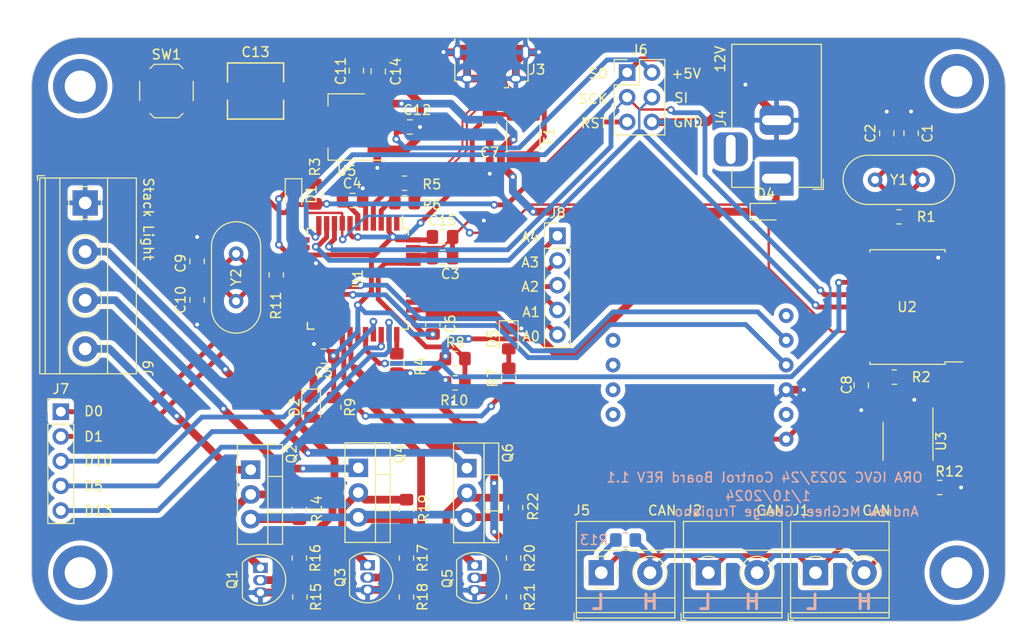
<source format=kicad_pcb>
(kicad_pcb (version 20240108) (generator "pcbnew") (generator_version "8.0")
  (layers (0 "F.Cu" signal) (31 "B.Cu" signal) (34 "B.Paste" user) (35 "F.Paste" user) (36 "B.SilkS" user "B.Silkscreen") (37 "F.SilkS" user "F.Silkscreen") (38 "B.Mask" user) (39 "F.Mask" user) (44 "Edge.Cuts" user))
  (net 0 "")
  (net 2 "Net-(U1-UCAP)")
  (net 3 "Net-(D2-A)")
  (net 4 "RST")
  (net 5 "VBUS")
  (net 6 "Net-(Q1-D)")
  (net 7 "IMU_SCL")
  (net 8 "IMU_SDA")
  (net 10 "XTAL1")
  (net 11 "Net-(U1-~{HWB}{slash}PE2)")
  (net 12 "Net-(U1-AREF)")
  (net 13 "Net-(J3-VBUS)")
  (net 14 "Net-(D5-A)")
  (net 17 "Net-(Q1-G)")
  (net 18 "LED_R")
  (net 19 "Net-(Q3-D)")
  (net 30 "Net-(U3-Rs)")
  (net 31 "Net-(U2-TXCAN)")
  (net 32 "Net-(U2-RXCAN)")
  (net 33 "CAN_L")
  (net 34 "CAN_H")
  (net 35 "Net-(U2-OSC2)")
  (net 36 "Net-(U2-OSC1)")
  (net 37 "Net-(U2-~{RESET})")
  (net 38 "CAN_INT")
  (net 39 "CAN_SCK")
  (net 40 "CAN_SI")
  (net 41 "CAN_SO")
  (net 42 "CAN_CS")
  (net 44 "GND")
  (net 45 "XTAL2")
  (net 47 "D+")
  (net 48 "D-")
  (net 55 "(USB) D-")
  (net 56 "(USB) D+")
  (net 57 "PWRIN")
  (net 58 "Net-(D4-A)")
  (net 59 "Norm_Voltage")
  (net 60 "Net-(Q3-G)")
  (net 61 "LED_Y")
  (net 62 "Net-(Q5-D)")
  (net 63 "Net-(Q5-G)")
  (net 64 "LED_G")
  (net 65 "LEDPWR_R")
  (net 66 "LEDPWR_Y")
  (net 67 "LEDPWR_G")
  (net 68 "D0")
  (net 69 "D1")
  (net 70 "D10")
  (net 71 "D5")
  (net 72 "D13")
  (net 73 "A0")
  (net 74 "A1")
  (net 75 "A2")
  (net 76 "A3")
  (net 77 "A4")
  (footprint "Package_QFP:TQFP-44_10x10mm_P0.8mm" (layer "F.Cu") (at 123.5 74.8 -90)
    (property "Reference" "U1")
    (property "Value" "ATmega32U4-A")
  )
  (footprint "Button_Switch_SMD:SW_SPST_TL3342" (layer "F.Cu") (at 103.85 55.5)
    (property "Reference" "SW1")
    (property "Value" "Reset")
  )
  (footprint "Package_TO_SOT_THT:TO-92_Inline" (layer "F.Cu") (at 124.5 104.23 -90)
    (property "Reference" "Q3")
    (property "Value" "BS170")
  )
  (footprint "Capacitor_SMD:C_0805_2012Metric_Pad1.18x1.45mm_HandSolder" (layer "F.Cu") (at 107 76.9625 -90)
    (property "Reference" "C10")
    (property "Value" "22pF")
  )
  (footprint "Package_TO_SOT_THT:TO-220-3_Vertical" (layer "F.Cu") (at 123.555 94.23 -90)
    (property "Reference" "Q4")
    (property "Value" "IRF9540N")
  )
  (footprint "MountingHole:MountingHole_3.2mm_M3_DIN965_Pad" (layer "F.Cu") (at 185 105)
    (property "Reference" "H1" (hide yes))
    (property "Value" "MountingHole_Pad")
  )
  (footprint "Capacitor_SMD:C_0805_2012Metric_Pad1.18x1.45mm_HandSolder" (layer "F.Cu") (at 107 73 -90)
    (property "Reference" "C9")
    (property "Value" "22pF")
  )
  (footprint "Resistor_SMD:R_0805_2012Metric_Pad1.20x1.40mm_HandSolder" (layer "F.Cu") (at 117.5 103.5 -90)
    (property "Reference" "R16")
    (property "Value" "1k")
  )
  (footprint "Resistor_SMD:R_0805_2012Metric_Pad1.20x1.40mm_HandSolder" (layer "F.Cu") (at 115.125 74.4 -90)
    (property "Reference" "R11")
    (property "Value" "1M")
  )
  (footprint "MountingHole:MountingHole_3.2mm_M3_DIN965_Pad" (layer "F.Cu") (at 95 55)
    (property "Reference" "H3" (hide yes))
    (property "Value" "MountingHole_Pad")
  )
  (footprint "LED_SMD:LED_0805_2012Metric_Pad1.15x1.40mm_HandSolder" (layer "F.Cu") (at 139 80.975 -90)
    (property "Reference" "D5")
    (property "Value" "IMU_LED")
  )
  (footprint "Package_TO_SOT_THT:TO-92_Inline" (layer "F.Cu") (at 135.5 104.26 -90)
    (property "Reference" "Q5")
    (property "Value" "BS170")
  )
  (footprint "MountingHole:MountingHole_3.2mm_M3_DIN965_Pad" (layer "F.Cu") (at 95 105)
    (property "Reference" "H2" (hide yes))
    (property "Value" "MountingHole_Pad")
  )
  (footprint "Package_TO_SOT_SMD:SOT-223-3_TabPin2" (layer "F.Cu") (at 122.35 59.2 180)
    (property "Reference" "U5")
    (property "Value" "NCP1117-5.0_SOT223")
  )
  (footprint "Capacitor_SMD:C_0805_2012Metric_Pad1.18x1.45mm_HandSolder" (layer "F.Cu") (at 175.2 85.7375 -90)
    (property "Reference" "C8")
    (property "Value" "100nF")
  )
  (footprint "Resistor_SMD:R_0805_2012Metric_Pad1.20x1.40mm_HandSolder" (layer "F.Cu") (at 121.025 88 -90)
    (property "Reference" "R9")
    (property "Value" "470")
  )
  (footprint "Capacitor_SMD:C_0805_2012Metric_Pad1.18x1.45mm_HandSolder" (layer "F.Cu") (at 122.9625 66.75 180)
    (property "Reference" "C4")
    (property "Value" "1uF")
  )
  (footprint "TerminalBlock_Phoenix:TerminalBlock_Phoenix_MKDS-1,5-2_1x02_P5.00mm_Horizontal" (layer "F.Cu") (at 148.5 105)
    (property "Reference" "J5")
    (property "Value" "CAN")
  )
  (footprint "Resistor_SMD:R_0805_2012Metric_Pad1.20x1.40mm_HandSolder" (layer "F.Cu") (at 133.5 83)
    (property "Reference" "R8")
    (property "Value" "2.2k")
  )
  (footprint "Resistor_SMD:R_0805_2012Metric_Pad1.20x1.40mm_HandSolder" (layer "F.Cu") (at 128.5 107.5 -90)
    (property "Reference" "R18")
    (property "Value" "10k")
  )
  (footprint "Crystal:Crystal_HC49-4H_Vertical" (layer "F.Cu") (at 111 77.1 90)
    (property "Reference" "Y2")
    (property "Value" "16MHz")
  )
  (footprint "Connector_USB:USB_Micro-B_Amphenol_10118194_Horizontal" (layer "F.Cu") (at 137.225 52.825 180)
    (property "Reference" "J3")
    (property "Value" "USB_B_Micro")
  )
  (footprint "Capacitor_SMD:C_0805_2012Metric_Pad1.18x1.45mm_HandSolder" (layer "F.Cu") (at 137.05 58.95 -90)
    (property "Reference" "C7")
    (property "Value" "10uF")
  )
  (footprint "Resistor_SMD:R_0805_2012Metric_Pad1.20x1.40mm_HandSolder" (layer "F.Cu") (at 179.07 68.43 180)
    (property "Reference" "R1")
    (property "Value" "1M")
  )
  (footprint "Resistor_SMD:R_0805_2012Metric_Pad1.20x1.40mm_HandSolder" (layer "F.Cu") (at 139.7 98.3 90)
    (property "Reference" "R22")
    (property "Value" "10k")
  )
  (footprint "Custom_Parts:IMU_MOUNT" (layer "F.Cu") (at 148.44 97.63 90)
    (property "Reference" "U6" (hide yes))
    (property "Value" "IMU_MOUNT")
  )
  (footprint "Connector_BarrelJack:BarrelJack_Horizontal" (layer "F.Cu") (at 166.5 64.5 -90)
    (property "Reference" "J4")
    (property "Value" "12V")
  )
  (footprint "Package_TO_SOT_THT:TO-220-3_Vertical" (layer "F.Cu") (at 112.5 94.42 -90)
    (property "Reference" "Q2")
    (property "Value" "IRF9540N")
  )
  (footprint "Capacitor_SMD:C_0805_2012Metric_Pad1.18x1.45mm_HandSolder" (layer "F.Cu") (at 125.6 53.4875 -90)
    (property "Reference" "C14")
    (property "Value" "100nF")
  )
  (footprint "Resistor_SMD:R_0805_2012Metric_Pad1.20x1.40mm_HandSolder" (layer "F.Cu") (at 117.555 107.5 -90)
    (property "Reference" "R15")
    (property "Value" "10k")
  )
  (footprint "Resistor_SMD:R_0805_2012Metric_Pad1.20x1.40mm_HandSolder" (layer "F.Cu") (at 128.5 103.5 -90)
    (property "Reference" "R17")
    (property "Value" "1k")
  )
  (footprint "Package_TO_SOT_THT:TO-92_Inline" (layer "F.Cu") (at 113.5 104.5 -90)
    (property "Reference" "Q1")
    (property "Value" "BS170")
  )
  (footprint "Resistor_SMD:R_0805_2012Metric_Pad1.20x1.40mm_HandSolder" (layer "F.Cu") (at 128.3 64.975 180)
    (property "Reference" "R5")
    (property "Value" "22")
  )
  (footprint "Crystal:Crystal_HC49-4H_Vertical" (layer "F.Cu") (at 176.62 64.63)
    (property "Reference" "Y1")
    (property "Value" "8Mhz")
  )
  (footprint "Resistor_SMD:R_0805_2012Metric_Pad1.20x1.40mm_HandSolder" (layer "F.Cu") (at 128.5 98.5 90)
    (property "Reference" "R19")
    (property "Value" "10k")
  )
  (footprint "Diode_SMD:D_SOD-323" (layer "F.Cu") (at 165.4 67.9)
    (property "Reference" "D4")
    (property "Value" "PWRIN")
  )
  (footprint "Fuse:Fuse_1812_4532Metric_Pad1.30x3.40mm_HandSolder" (layer "F.Cu") (at 140.5 60.125 -90)
    (property "Reference" "F1")
    (property "Value" "MF-MSMF050-2")
  )
  (footprint "MountingHole:MountingHole_3.2mm_M3_DIN965_Pad" (layer "F.Cu") (at 185 54.5)
    (property "Reference" "H4" (hide yes))
    (property "Value" "MountingHole_Pad")
  )
  (footprint "Resistor_SMD:R_0805_2012Metric_Pad1.20x1.40mm_HandSolder" (layer "F.Cu") (at 117.5 98.5 90)
    (property "Reference" "R14")
    (property "Value" "10k")
  )
  (footprint "Package_SO:SOIC-8_3.9x4.9mm_P1.27mm" (layer "F.Cu") (at 180 91.5 -90)
    (property "Reference" "U3")
    (property "Value" "MCP2551-I-SN")
  )
  (footprint "Resistor_SMD:R_0805_2012Metric_Pad1.20x1.40mm_HandSolder" (layer "F.Cu") (at 119.1 66.1 90)
    (property "Reference" "R3")
    (property "Value" "10k")
  )
  (footprint "Connector_PinHeader_2.54mm:PinHeader_2x03_P2.54mm_Vertical" (layer "F.Cu") (at 151.16 53.6)
    (property "Reference" "J6")
    (property "Value" "Conn_02x03_Top_Bottom")
  )
  (footprint "Capacitor_SMD:C_0805_2012Metric_Pad1.18x1.45mm_HandSolder" (layer "F.Cu") (at 177.82 59.8425 90)
    (property "Reference" "C2")
    (property "Value" "22pF")
  )
  (footprint "Resistor_SMD:R_0805_2012Metric_Pad1.20x1.40mm_HandSolder" (layer "F.Cu") (at 139.5 107.5 -90)
    (property "Reference" "R21")
    (property "Value" "10k")
  )
  (footprint "Capacitor_SMD:C_0805_2012Metric_Pad1.18x1.45mm_HandSolder" (layer "F.Cu") (at 119.9875 82.75 180)
    (property "Reference" "C5")
    (property "Value" "100nF")
  )
  (footprint "Capacitor_SMD:C_0805_2012Metric_Pad1.18x1.45mm_HandSolder" (layer "F.Cu") (at 180.32 59.8425 -90)
    (property "Reference" "C1")
    (property "Value" "22pF")
  )
  (footprint "TerminalBlock_Phoenix:TerminalBlock_Phoenix_MKDS-1,5-2_1x02_P5.00mm_Horizontal" (layer "F.Cu") (at 159.5 105)
    (property "Reference" "J2")
    (property "Value" "CAN")
  )
  (footprint "Capacitor_SMD:C_0805_2012Metric_Pad1.18x1.45mm_HandSolder" (layer "F.Cu") (at 123.35 53.4125 -90)
    (property "Reference" "C11")
    (property "Value" "10nF")
  )
  (footprint "TerminalBlock_Phoenix:TerminalBlock_Phoenix_MKDS-1,5-2_1x02_P5.00mm_Horizontal" (layer "F.Cu") (at 170.5 105)
    (property "Reference" "J1")
    (property "Value" "CAN")
  )
  (footprint "AdditionalParts:CAP_WCAP-ASLI_05p0X05p5_WRE" (layer "F.Cu") (at 113 55.5 180)
    (property "Reference" "C13")
    (property "Value" "22uF")
  )
  (footprint "Capacitor_SMD:C_0805_2012Metric_Pad1.18x1.45mm_HandSolder" (layer "F.Cu") (at 132.2 70.5)
    (property "Reference" "C15")
    (property "Value" "1uF")
  )
  (footprint "Capacitor_SMD:C_0805_2012Metric_Pad1.18x1.45mm_HandSolder" (layer "F.Cu") (at 131.2 79.4375 90)
    (property "Reference" "C6")
    (property "Value" "100nF")
  )
  (footprint "LED_SMD:LED_0805_2012Metric_Pad1.15x1.40mm_HandSolder" (layer "F.Cu") (at 118.7 88 -90)
    (property "Reference" "D2")
    (property "Value" "LED_Small")
  )
  (footprint "Capacitor_SMD:C_0805_2012Metric_Pad1.18x1.45mm_HandSolder" (layer "F.Cu") (at 128.85 59.2 180)
    (property "Reference" "C12")
    (property "Value" "100nF")
  )
  (footprint "Capacitor_SMD:C_0805_2012Metric_Pad1.18x1.45mm_HandSolder" (layer "F.Cu") (at 132.2 72.6 180)
    (property "Reference" "C3")
    (property "Value" "100nF")
  )
  (footprint "Connector_PinHeader_2.54mm:PinHeader_1x05_P2.54mm_Vertical" (layer "F.Cu") (at 144 70.38)
    (property "Reference" "J8")
    (property "Value" "Conn_01x05_Pin")
  )
  (footprint "Resistor_SMD:R_0805_2012Metric_Pad1.20x1.40mm_HandSolder" (layer "F.Cu") (at 178.6 84.9 180)
    (property "Reference" "R2")
    (property "Value" "10k")
  )
  (footprint "Resistor_SMD:R_0805_2012Metric_Pad1.20x1.40mm_HandSolder" (layer "F.Cu") (at 139.5 103.5 -90)
    (property "Reference" "R20")
    (property "Value" "1k")
  )
  (footprint "Resistor_SMD:R_0805_2012Metric_Pad1.20x1.40mm_HandSolder" (layer "F.Cu") (at 183.25 96.25)
    (property "Reference" "R12")
    (property "Value" "10k")
  )
  (footprint "Diode_SMD:D_SOD-323" (layer "F.Cu") (at 116.9 66.125 -90)
    (property "Reference" "D1")
    (property "Value" "rst")
  )
  (footprint "Resistor_SMD:R_0805_2012Metric_Pad1.20x1.40mm_HandSolder" (layer "F.Cu") (at 128.3 66.975)
    (property "Reference" "R6")
    (property "Value" "22")
  )
  (footprint "TerminalBlock_Phoenix:TerminalBlock_Phoenix_MKDS-1,5-4_1x04_P5.00mm_Horizontal" (layer "F.Cu") (at 95.5 67 -90)
    (property "Reference" "J9")
    (property "Value" "Stack Light")
  )
  (footprint "Resistor_SMD:R_0805_2012Metric_Pad1.20x1.40mm_HandSolder" (layer "F.Cu") (at 127.5 83.5 -90)
    (property "Reference" "R4")
    (property "Value" "10k")
  )
  (footprint "Resistor_SMD:R_0805_2012Metric_Pad1.20x1.40mm_HandSolder" (layer "F.Cu") (at 133.5 85.5)
    (property "Reference" "R10")
    (property "Value" "1.57k")
  )
  (footprint "Resistor_SMD:R_0805_2012Metric_Pad1.20x1.40mm_HandSolder" (layer "F.Cu") (at 139 85 90)
    (property "Reference" "R7")
    (property "Value" "470")
  )
  (footprint "Package_SO:SOIC-18W_7.5x11.6mm_P1.27mm" (layer "F.Cu") (at 179.95 77.7 180)
    (property "Reference" "U2")
    (property "Value" "MCP2515-xSO")
  )
  (footprint "Connector_PinHeader_2.54mm:PinHeader_1x05_P2.54mm_Vertical" (layer "F.Cu") (at 93 88.46)
    (property "Reference" "J7")
    (property "Value" "Conn_01x05_Pin")
  )
  (footprint "Package_TO_SOT_THT:TO-220-3_Vertical" (layer "F.Cu") (at 134.7 94.26 -90)
    (property "Reference" "Q6")
    (property "Value" "IRF9540N")
  )
  (footprint "Resistor_SMD:R_0805_2012Metric_Pad1.20x1.40mm_HandSolder" (layer "B.Cu") (at 151 101.645 180)
    (property "Reference" "R13")
    (property "Value" "120")
  )
  (gr_arc (start 95 110) (mid 91.464466 108.535534) (end 90 105) (stroke (width 0.1)) (layer "Edge.Cuts"))
  (gr_arc (start 90 55) (mid 91.464466 51.464466) (end 95 50) (stroke (width 0.1)) (layer "Edge.Cuts"))
  (gr_line (start 190 105) (end 190 55) (stroke (width 0.1)) (layer "Edge.Cuts"))
  (gr_line (start 185 50) (end 95 50) (stroke (width 0.1)) (layer "Edge.Cuts"))
  (gr_line (start 90 55) (end 90 105) (stroke (width 0.1)) (layer "Edge.Cuts"))
  (gr_arc (start 190 105) (mid 188.535534 108.535534) (end 185 110) (stroke (width 0.1)) (layer "Edge.Cuts"))
  (gr_arc (start 185 50) (mid 188.535534 51.464466) (end 190 55) (stroke (width 0.1)) (layer "Edge.Cuts"))
  (gr_line (start 95 110) (end 185 110) (stroke (width 0.1)) (layer "Edge.Cuts"))
  (gr_text "ORA IGVC 2023/24 Control Board REV 1.1" (at 181.6 95.8 0) (layer "B.SilkS") (effects (font (size 1 1)) (justify left bottom mirror)))
  (gr_text "L\n" (at 160 108.895 0) (layer "B.SilkS") (effects (font (size 1.5 1.5) (thickness 0.3) (bold yes)) (justify left bottom mirror)))
  (gr_text "L\n" (at 171 108.895 0) (layer "B.SilkS") (effects (font (size 1.5 1.5) (thickness 0.3) (bold yes)) (justify left bottom mirror)))
  (gr_text "H\n" (at 165 108.895 0) (layer "B.SilkS") (effects (font (size 1.5 1.5) (thickness 0.3) (bold yes)) (justify left bottom mirror)))
  (gr_text "H\n" (at 154.5 108.895 0) (layer "B.SilkS") (effects (font (size 1.5 1.5) (thickness 0.3) (bold yes)) (justify left bottom mirror)))
  (gr_text "Andrew McGhee, George Trupiano" (at 181.2 99.3 0) (layer "B.SilkS") (effects (font (size 1 1)) (justify left bottom mirror)))
  (gr_text "H\n" (at 176.5 108.895 0) (layer "B.SilkS") (effects (font (size 1.5 1.5) (thickness 0.3) (bold yes)) (justify left bottom mirror)))
  (gr_text "1/10/2024\n" (at 170.1 97.7 0) (layer "B.SilkS") (effects (font (size 1 1)) (justify left bottom mirror)))
  (gr_text "L\n" (at 149 108.895 0) (layer "B.SilkS") (effects (font (size 1.5 1.5) (thickness 0.3) (bold yes)) (justify left bottom mirror)))
  (gr_text "D10" (at 95.3 94.1 0) (layer "F.SilkS") (effects (font (size 1 1)) (justify left bottom)))
  (gr_text "A4" (at 140.2 71.1 0) (layer "F.SilkS") (effects (font (size 1 1)) (justify left bottom)))
  (gr_text "A1" (at 140.3 78.8 0) (layer "F.SilkS") (effects (font (size 1 1)) (justify left bottom)))
  (gr_text "A2" (at 140.2 76.2 0) (layer "F.SilkS") (effects (font (size 1 1)) (justify left bottom)))
  (gr_text "SO" (at 147.1 54.3 0) (layer "F.SilkS") (effects (font (size 1 1)) (justify left bottom)))
  (gr_text "A0" (at 140.3 81.3 0) (layer "F.SilkS") (effects (font (size 1 1)) (justify left bottom)))
  (gr_text "GND" (at 155.8 59.3 0) (layer "F.SilkS") (effects (font (size 1 1)) (justify left bottom)))
  (gr_text "D1" (at 95.3 91.6 0) (layer "F.SilkS") (effects (font (size 1 1)) (justify left bottom)))
  (gr_text "D13" (at 95.3 99.2 0) (layer "F.SilkS") (effects (font (size 1 1)) (justify left bottom)))
  (gr_text "RST" (at 146.3 59.4 0) (layer "F.SilkS") (effects (font (size 1 1)) (justify left bottom)))
  (gr_text "D0" (at 95.3 89 0) (layer "F.SilkS") (effects (font (size 1 1)) (justify left bottom)))
  (gr_text "Stack Light" (at 101.4 64.3 -90) (layer "F.SilkS") (effects (font (size 1 1)) (justify left bottom)))
  (gr_text "D5" (at 95.3 96.7 0) (layer "F.SilkS") (effects (font (size 1 1)) (justify left bottom)))
  (gr_text "A3" (at 140.2 73.7 0) (layer "F.SilkS") (effects (font (size 1 1)) (justify left bottom)))
  (gr_text "CAN" (at 175.2 99.2 0) (layer "F.SilkS") (effects (font (size 1 1)) (justify left bottom)))
  (gr_text "12V" (at 161.3 53.7 90) (layer "F.SilkS") (effects (font (size 1 1)) (justify left bottom)))
  (gr_text "CAN" (at 153.2 99.2 0) (layer "F.SilkS") (effects (font (size 1 1)) (justify left bottom)))
  (gr_text "+5V" (at 155.6 54.3 0) (layer "F.SilkS") (effects (font (size 1 1)) (justify left bottom)))
  (gr_text "SCK" (at 146.1 56.9 0) (layer "F.SilkS") (effects (font (size 1 1)) (justify left bottom)))
  (gr_text "SI\n" (at 155.9 56.8 0) (layer "F.SilkS") (effects (font (size 1 1)) (justify left bottom)))
  (gr_text "CAN" (at 164.3 99.2 0) (layer "F.SilkS") (effects (font (size 1 1)) (justify left bottom)))
  (segment (start 123.5 69.1) (end 123.5 68.238604) (width 0.5) (layer "F.Cu") (net 2))
  (segment (start 122.011396 66.75) (end 121.925 66.75) (width 0.5) (layer "F.Cu") (net 2))
  (segment (start 123.5 68.238604) (end 122.011396 66.75) (width 0.5) (layer "F.Cu") (net 2))
  (segment (start 121 89.025) (end 121.025 89) (width 0.5) (layer "F.Cu") (net 3))
  (segment (start 118.7 89.025) (end 121 89.025) (width 0.5) (layer "F.Cu") (net 3))
  (segment (start 116.6 68) (end 116.6 71.261396) (width 0.5) (layer "F.Cu") (net 4))
  (segment (start 119.025 67.175) (end 119.1 67.1) (width 0.5) (layer "F.Cu") (net 4))
  (segment (start 116.938604 71.6) (end 117.8 71.6) (width 0.5) (layer "F.Cu") (net 4))
  (segment (start 107 57.4) (end 107 59.402082) (width 0.5) (layer "F.Cu") (net 4))
  (segment (start 138.8 67.2) (end 147.32 58.68) (width 0.5) (layer "F.Cu") (net 4))
  (segment (start 116.25 67.8) (end 116.9 67.15) (width 0.5) (layer "F.Cu") (net 4))
  (segment (start 116.9 67.175) (end 119.025 67.175) (width 0.5) (layer "F.Cu") (net 4))
  (segment (start 115.597918 68) (end 116.6 68) (width 0.5) (layer "F.Cu") (net 4))
  (segment (start 107 59.402082) (end 115.597918 68) (width 0.5) (layer "F.Cu") (net 4))
  (segment (start 147.32 58.68) (end 151.16 58.68) (width 0.5) (layer "F.Cu") (net 4))
  (segment (start 116.9 67.15) (end 116.6 67.45) (width 0.5) (layer "F.Cu") (net 4))
  (segment (start 137.5 67.2) (end 138.8 67.2) (width 0.5) (layer "F.Cu") (net 4))
  (segment (start 119.1 67.1) (end 120.3 67.1) (width 0.5) (layer "F.Cu") (net 4))
  (segment (start 116.6 67.45) (end 116.6 68) (width 0.5) (layer "F.Cu") (net 4))
  (segment (start 100.7 57.4) (end 107 57.4) (width 0.5) (layer "F.Cu") (net 4))
  (segment (start 116.6 71.261396) (end 116.938604 71.6) (width 0.5) (layer "F.Cu") (net 4))
  (via (at 137.5 67.2) (size 0.8) (drill 0.4) (layers "F.Cu" "B.Cu") (net 4))
  (via (at 120.3 67.1) (size 0.8) (drill 0.4) (layers "F.Cu" "B.Cu") (net 4))
  (segment (start 137.5 67.2) (end 137.4 67.1) (width 0.5) (layer "B.Cu") (net 4))
  (segment (start 137.4 67.1) (end 120.3 67.1) (width 0.5) (layer "B.Cu") (net 4))
  (segment (start 121 82.7) (end 121 82.725) (width 0.5) (layer "F.Cu") (net 5))
  (segment (start 117.8 72.4) (end 117.85 72.35) (width 0.5) (layer "F.Cu") (net 5))
  (segment (start 129.2 78.8) (end 129.2 79.4) (width 0.5) (layer "F.Cu") (net 5))
  (segment (start 137.05 57.9125) (end 140.4875 57.9125) (width 0.5) (layer "F.Cu") (net 5))
  (segment (start 175.2 84.7) (end 175.2 82.88) (width 0.5) (layer "F.Cu") (net 5))
  (segment (start 146.38 91.28) (end 167.49 91.28) (width 0.5) (layer "F.Cu") (net 5))
  (segment (start 140.4875 57.9125) (end 140.5 57.9) (width 0.5) (layer "F.Cu") (net 5))
  (segment (start 179.6 84.9) (end 179.48 85.02) (width 0.25) (layer "F.Cu") (net 5))
  (segment (start 137.2 87.9) (end 137.2 87.8) (width 0.5) (layer "F.Cu") (net 5))
  (segment (start 179.48 85.02) (end 179.48 88.91) (width 0.25) (layer "F.Cu") (net 5))
  (segment (start 117.85 72.35) (end 125.247918 72.35) (width 0.5) (layer "F.Cu") (net 5))
  (segment (start 129.95 69.05) (end 135.25 63.75) (width 0.5) (layer "F.Cu") (net 5))
  (segment (start 126.7 69.961396) (end 126.7 69.1) (width 0.5) (layer "F.Cu") (net 5))
  (segment (start 119.075 65.075) (end 119.1 65.1) (width 0.5) (layer "F.Cu") (net 5))
  (segment (start 130.275 80.475) (end 131.2 80.475) (width 0.5) (layer "F.Cu") (net 5))
  (segment (start 125.247918 72.35) (end 125.848959 71.748959) (width 0.5) (layer "F.Cu") (net 5))
  (segment (start 135.25 59.7125) (end 137.05 57.9125) (width 0.5) (layer "F.Cu") (net 5))
  (segment (start 124.9 72.65) (end 126.979302 70.570698) (width 0.5) (layer "F.Cu") (net 5))
  (segment (start 125.5 59.2) (end 127.8125 59.2) (width 0.5) (layer "F.Cu") (net 5))
  (segment (start 175.2 84.7) (end 174.07 84.7) (width 0.5) (layer "F.Cu") (net 5))
  (segment (start 119.2 59.2) (end 119.2 65) (width 0.5) (layer "F.Cu") (net 5))
  (segment (start 179.365 88.471472) (end 179.365 89.025) (width 0.5) (layer "F.Cu") (net 5))
  (segment (start 141.1 86) (end 146.38 91.28) (width 0.5) (layer "F.Cu") (net 5))
  (segment (start 121.025 87) (end 122.4 87) (width 0.5) (layer "F.Cu") (net 5))
  (segment (start 129.2 70.8) (end 130.8625 70.8) (width 0.5) (layer "F.Cu") (net 5))
  (segment (start 121 82.725) (end 121.025 82.75) (width 0.5) (layer "F.Cu") (net 5))
  (segment (start 126.979302 70.570698) (end 127.309302 70.570698) (width 0.5) (layer "F.Cu") (net 5))
  (segment (start 116.5 72.4) (end 115.4 71.3) (width 0.5) (layer "F.Cu") (net 5))
  (segment (start 130.8625 70.8) (end 131.1625 70.5) (width 0.5) (layer "F.Cu") (net 5))
  (segment (start 120.975 82.7) (end 121 82.7) (width 0.5) (layer "F.Cu") (net 5))
  (segment (start 137.2 87.8) (end 139 86) (width 0.5) (layer "F.Cu") (net 5))
  (segment (start 116.9 65.075) (end 116.9 65.1) (width 0.5) (layer "F.Cu") (net 5))
  (segment (start 175.2 84.7) (end 175.593528 84.7) (width 0.5) (layer "F.Cu") (net 5))
  (segment (start 120.3 82.025) (end 120.975 82.7) (width 0.5) (layer "F.Cu") (net 5))
  (segment (start 115.5 55.5) (end 119.2 59.2) (width 0.5) (layer "F.Cu") (net 5))
  (segment (start 122.4 87) (end 124.3 88.9) (width 0.5) (layer "F.Cu") (net 5))
  (segment (start 115.2098 55.5) (end 115.5 55.5) (width 0.5) (layer "F.Cu") (net 5))
  (segment (start 119.2 59.2) (end 119.2 59.05) (width 0.5) (layer "F.Cu") (net 5))
  (segment (start 116.9 65.075) (end 119.075 65.075) (width 0.5) (layer "F.Cu") (net 5))
  (segment (start 119.2 65) (end 119.1 65.1) (width 0.5) (layer "F.Cu") (net 5))
  (segment (start 127.309302 70.570698) (end 126.7 69.961396) (width 0.5) (layer "F.Cu") (net 5))
  (segment (start 122.7 70.2) (end 123 70.5) (width 0.5) (layer "F.Cu") (net 5))
  (segment (start 175.593528 84.7) (end 179.365 88.471472) (width 0.5) (layer "F.Cu") (net 5))
  (segment (start 129.2 79.4) (end 130.275 80.475) (width 0.5) (layer "F.Cu") (net 5))
  (segment (start 127.45 60.45) (end 127.45 59.5625) (width 0.5) (layer "F.Cu") (net 5))
  (segment (start 179.48 88.91) (end 179.365 89.025) (width 0.25) (layer "F.Cu") (net 5))
  (segment (start 116.9 65.1) (end 115.4 66.6) (width 0.5) (layer "F.Cu") (net 5))
  (segment (start 139 86) (end 141.1 86) (width 0.5) (layer "F.Cu") (net 5))
  (segment (start 123.5 77.5) (end 124.9 76.1) (width 0.5) (layer "F.Cu") (net 5))
  (segment (start 124.9 76.1) (end 124.9 72.65) (width 0.5) (layer "F.Cu") (net 5))
  (segment (start 120.3 80.5) (end 120.3 82.025) (width 0.5) (layer "F.Cu") (net 5))
  (segment (start 129.2 70.8) (end 127.538604 70.8) (width 0.5) (layer "F.Cu") (net 5))
  (segment (start 117.8 72.4) (end 116.5 72.4) (width 0.5) (layer "F.Cu") (net 5))
  (segment (start 119.2 59.2) (end 125.5 59.2) (width 0.5) (layer "F.Cu") (net 5))
  (segment (start 127.538604 70.8) (end 127.309302 70.570698) (width 0.5) (layer "F.Cu") (net 5))
  (segment (start 127.45 59.5625) (end 127.8125 59.2) (width 0.5) (layer "F.Cu") (net 5))
  (segment (start 122.7 69.1) (end 122.7 70.2) (width 0.5) (layer "F.Cu") (net 5))
  (segment (start 174.07 84.7) (end 167.49 91.28) (width 0.5) (layer "F.Cu") (net 5))
  (segment (start 135.25 63.75) (end 135.25 59.7125) (width 0.5) (layer "F.Cu") (net 5))
  (segment (start 121.025 82.75) (end 121.025 87) (width 0.5) (layer "F.Cu") (net 5))
  (segment (start 123 70.5) (end 123.5 70.5) (width 0.5) (layer "F.Cu") (net 5))
  (segment (start 175.2 82.88) (end 175.3 82.78) (width 0.5) (layer "F.Cu") (net 5))
  (via (at 115.4 71.3) (size 0.8) (drill 0.4) (layers "F.Cu" "B.Cu") (net 5))
  (via (at 127.45 60.45) (size 0.8) (drill 0.4) (layers "F.Cu" "B.Cu") (net 5))
  (via (at 123.5 77.5) (size 0.8) (drill 0.4) (layers "F.Cu" "B.Cu") (net 5))
  (via (at 123.5 70.5) (size 0.8) (drill 0.4) (layers "F.Cu" "B.Cu") (net 5))
  (via (at 129.95 69.05) (size 0.8) (drill 0.4) (layers "F.Cu" "B.Cu") (net 5))
  (via (at 127.1 70.49) (size 0.8) (drill 0.4) (layers "F.Cu" "B.Cu") (net 5))
  (via (at 137.2 87.9) (size 0.8) (drill 0.4) (layers "F.Cu" "B.Cu") (net 5))
  (via (at 131.2 80.5) (size 0.8) (drill 0.4) (layers "F.Cu" "B.Cu") (net 5))
  (via (at 124.3 88.9) (size 0.8) (drill 0.4) (layers "F.Cu" "B.Cu") (net 5))
  (via (at 115.4 66.6) (size 0.8) (drill 0.4) (layers "F.Cu" "B.Cu") (net 5))
  (via (at 121 82.7) (size 0.8) (drill 0.4) (layers "F.Cu" "B.Cu") (net 5))
  (segment (start 128.5 70.5) (end 127.11 70.5) (width 0.5) (layer "B.Cu") (net 5))
  (segment (start 129.95 69.05) (end 128.5 70.5) (width 0.5) (layer "B.Cu") (net 5))
  (segment (start 127.55 78.947918) (end 127.55 78.95) (width 0.5) (layer "B.Cu") (net 5))
  (segment (start 127.09 70.5) (end 123.5 70.5) (width 0.5) (layer "B.Cu") (net 5))
  (segment (start 127.55 78.95) (end 129.1 80.5) (width 0.5) (layer "B.Cu") (net 5))
  (segment (start 124.3 88.9) (end 136.2 88.9) (width 0.5) (layer "B.Cu") (net 5))
  (segment (start 129.1 80.5) (end 131.2 80.5) (width 0.5) (layer "B.Cu") (net 5))
  (segment (start 127.11 70.5) (end 127.1 70.49) (width 0.5) (layer "B.Cu") (net 5))
  (segment (start 123.5 80.2) (end 121 82.7) (width 0.5) (layer "B.Cu") (net 5))
  (segment (start 128.35 61.35) (end 140.052082 61.35) (width 0.5) (layer "B.Cu") (net 5))
  (segment (start 123.5 77.5) (end 124.3 78.3) (width 0.5) (layer "B.Cu") (net 5))
  (segment (start 126.902082 78.3) (end 127.55 78.947918) (width 0.5) (layer "B.Cu") (net 5))
  (segment (start 136.2 88.9) (end 137.2 87.9) (width 0.5) (layer "B.Cu") (net 5))
  (segment (start 115.4 66.6) (end 115.4 71.3) (width 0.5) (layer "B.Cu") (net 5))
  (segment (start 123.5 77.5) (end 123.5 80.2) (width 0.5) (layer "B.Cu") (net 5))
  (segment (start 131.2 80.5) (end 131.3 80.6) (width 0.5) (layer "B.Cu") (net 5))
  (segment (start 152.4 52.3) (end 153.7 53.6) (width 0.5) (layer "B.Cu") (net 5))
  (segment (start 127.45 60.45) (end 128.35 61.35) (width 0.5) (layer "B.Cu") (net 5))
  (segment (start 149.102082 52.3) (end 152.4 52.3) (width 0.5) (layer "B.Cu") (net 5))
  (segment (start 140.052082 61.35) (end 149.102082 52.3) (width 0.5) (layer "B.Cu") (net 5))
  (segment (start 127.1 70.49) (end 127.09 70.5) (width 0.5) (layer "B.Cu") (net 5))
  (segment (start 124.3 78.3) (end 126.902082 78.3) (width 0.5) (layer "B.Cu") (net 5))
  (segment (start 112.5 96.96) (end 112.34 96.96) (width 0.8) (layer "F.Cu") (net 6))
  (segment (start 112.5 96.96) (end 116.96 96.96) (width 0.8) (layer "F.Cu") (net 6))
  (segment (start 112.34 96.96) (end 110.2 99.1) (width 0.8) (layer "F.Cu") (net 6))
  (segment (start 110.2 101.2) (end 113.5 104.5) (width 0.8) (layer "F.Cu") (net 6))
  (segment (start 116.96 96.96) (end 117.5 97.5) (width 0.8) (layer "F.Cu") (net 6))
  (segment (start 110.2 99.1) (end 110.2 101.2) (width 0.8) (layer "F.Cu") (net 6))
  (segment (start 123.8 75.449997) (end 123.649997 75.6) (width 0.5) (layer "F.Cu") (net 7))
  (segment (start 123.649997 75.6) (end 117.8 75.6) (width 0.5) (layer "F.Cu") (net 7))
  (via (at 123.8 75.449997) (size 0.8) (drill 0.4) (layers "F.Cu" "B.Cu") (net 7))
  (segment (start 164.57 78.2) (end 167.49 81.12) (width 0.5) (layer "B.Cu") (net 7))
  (segment (start 123.8 75.449997) (end 126.449997 75.449997) (width 0.5) (layer "B.Cu") (net 7))
  (segment (start 129.9 78.9) (end 138.097918 78.9) (width 0.5) (layer "B.Cu") (net 7))
  (segment (start 126.449997 75.449997) (end 129.9 78.9) (width 0.5) (layer "B.Cu") (net 7))
  (segment (start 141.397918 82.2) (end 145.71005 82.2) (width 0.5) (layer "B.Cu") (net 7))
  (segment (start 149.71005 78.2) (end 164.57 78.2) (width 0.5) (layer "B.Cu") (net 7))
  (segment (start 138.097918 78.9) (end 141.397918 82.2) (width 0.5) (layer "B.Cu") (net 7))
  (segment (start 145.71005 82.2) (end 149.71005 78.2) (width 0.5) (layer "B.Cu") (net 7))
  (segment (start 122.9505 76.4) (end 117.8 76.4) (width 0.5) (layer "F.Cu") (net 8))
  (segment (start 123 76.4495) (end 122.9505 76.4) (width 0.5) (layer "F.Cu") (net 8))
  (via (at 123 76.4495) (size 0.8) (drill 0.4) (layers "F.Cu" "B.Cu") (net 8))
  (segment (start 163.33 79.5) (end 167.49 83.66) (width 0.5) (layer "B.Cu") (net 8))
  (segment (start 123 76.4495) (end 126.3495 76.4495) (width 0.5) (layer "B.Cu") (net 8))
  (segment (start 141 82.9) (end 146 82.9) (width 0.5) (layer "B.Cu") (net 8))
  (segment (start 149.4 79.5) (end 163.33 79.5) (width 0.5) (layer "B.Cu") (net 8))
  (segment (start 129.5 79.6) (end 137.7 79.6) (width 0.5) (layer "B.Cu") (net 8))
  (segment (start 137.7 79.6) (end 141 82.9) (width 0.5) (layer "B.Cu") (net 8))
  (segment (start 126.3495 76.4495) (end 129.5 79.6) (width 0.5) (layer "B.Cu") (net 8))
  (segment (start 146 82.9) (end 149.4 79.5) (width 0.5) (layer "B.Cu") (net 8))
  (segment (start 112.7 75.4) (end 111 77.1) (width 0.5) (layer "F.Cu") (net 10))
  (segment (start 115.125 75.4) (end 112.7 75.4) (width 0.5) (layer "F.Cu") (net 10))
  (segment (start 115.725 74.8) (end 117.8 74.8) (width 0.5) (layer "F.Cu") (net 10))
  (segment (start 115.125 75.4) (end 115.725 74.8) (width 0.5) (layer "F.Cu") (net 10))
  (segment (start 109.775 75.875) (end 111 77.1) (width 0.5) (layer "F.Cu") (net 10))
  (segment (start 107.275 75.875) (end 109.775 75.875) (width 0.5) (layer "F.Cu") (net 10))
  (segment (start 127.5 82.5) (end 127.5 80.5) (width 0.5) (layer "F.Cu") (net 11))
  (segment (start 131.0625 72.4) (end 129.2 72.4) (width 0.5) (layer "F.Cu") (net 12))
  (segment (start 131.1625 72.5) (end 131.0625 72.4) (width 0.5) (layer "F.Cu") (net 12))
  (segment (start 138.525 54.225) (end 138.525 54.743413) (width 0.25) (layer "F.Cu") (net 13))
  (segment (start 142.65 60.2) (end 142.65 57.15) (width 0.5) (layer "F.Cu") (net 13))
  (segment (start 138.575 54.775) (end 138.575 54.225) (width 0.5) (layer "F.Cu") (net 13))
  (segment (start 139.85 56.05) (end 138.575 54.775) (width 0.5) (layer "F.Cu") (net 13))
  (segment (start 142.65 57.15) (end 141.55 56.05) (width 0.5) (layer "F.Cu") (net 13))
  (segment (start 141.55 56.05) (end 139.85 56.05) (width 0.5) (layer "F.Cu") (net 13))
  (segment (start 140.5 62.35) (end 142.65 60.2) (width 0.5) (layer "F.Cu") (net 13))
  (segment (start 139 82) (end 139 84) (width 0.5) (layer "F.Cu") (net 14))
  (segment (start 117.5 106.445) (end 117.555 106.5) (width 0.8) (layer "F.Cu") (net 17))
  (segment (start 113.5 105.77) (end 116.825 105.77) (width 0.8) (layer "F.Cu") (net 17))
  (segment (start 116.825 105.77) (end 117.555 106.5) (width 0.8) (layer "F.Cu") (net 17))
  (segment (start 117.5 104.5) (end 117.5 106.445) (width 0.8) (layer "F.Cu") (net 17))
  (segment (start 104.9 88.9) (end 110.42 94.42) (width 0.8) (layer "F.Cu") (net 18))
  (segment (start 110.42 94.42) (end 112.5 94.42) (width 0.8) (layer "F.Cu") (net 18))
  (via (at 104.9 88.9) (size 0.8) (drill 0.4) (layers "F.Cu" "B.Cu") (net 18))
  (segment (start 95.6 82.9) (end 95.5 82.8) (width 0.8) (layer "B.Cu") (net 18))
  (segment (start 95.5 82) (end 95.5 82.8) (width 0.8) (layer "B.Cu") (net 18))
  (segment (start 98 82) (end 104.9 88.9) (width 0.8) (layer "B.Cu") (net 18))
  (segment (start 95.5 82) (end 98 82) (width 0.8) (layer "B.Cu") (net 18))
  (segment (start 124.285 97.5) (end 123.555 96.77) (width 0.8) (layer "F.Cu") (net 19))
  (segment (start 121.9 101.63) (end 124.5 104.23) (width 0.8) (layer "F.Cu") (net 19))
  (segment (start 123.555 96.77) (end 121.9 98.425) (width 0.8) (layer "F.Cu") (net 19))
  (segment (start 128.5 97.5) (end 124.285 97.5) (width 0.8) (layer "F.Cu") (net 19))
  (segment (start 121.9 98.425) (end 121.9 101.63) (width 0.8) (layer "F.Cu") (net 19))
  (segment (start 181.905 93.975) (end 181.905 95.905) (width 0.5) (layer "F.Cu") (net 30))
  (segment (start 181.905 95.905) (end 182.25 96.25) (width 0.5) (layer "F.Cu") (net 30))
  (segment (start 181.905 89.025) (end 184.6 86.33) (width 0.5) (layer "F.Cu") (net 31))
  (segment (start 184.6 86.33) (end 184.6 82.78) (width 0.5) (layer "F.Cu") (net 31))
  (segment (start 187.3 85.7) (end 187.3 83.2) (width 0.5) (layer "F.Cu") (net 32))
  (segment (start 182.55 90.45) (end 187.3 85.7) (width 0.5) (layer "F.Cu") (net 32))
  (segment (start 187.3 83.2) (end 185.61 81.51) (width 0.5) (layer "F.Cu") (net 32))
  (segment (start 185.61 81.51) (end 184.6 81.51) (width 0.5) (layer "F.Cu") (net 32))
  (segment (start 178.095 89.025) (end 178.095 90) (width 0.5) (layer "F.Cu") (net 32))
  (segment (start 178.545 90.45) (end 182.55 90.45) (width 0.5) (layer "F.Cu") (net 32))
  (segment (start 178.095 90) (end 178.545 90.45) (width 0.5) (layer "F.Cu") (net 32))
  (segment (start 179.365 96.135) (end 179.365 93.975) (width 0.5) (layer "F.Cu") (net 33))
  (segment (start 157.75 103.25) (end 159.5 105) (width 0.5) (layer "F.Cu") (net 33))
  (segment (start 159.5 105) (end 161.25 103.25) (width 0.5) (layer "F.Cu") (net 33))
  (segment (start 170.5 105) (end 179.365 96.135) (width 0.5) (layer "F.Cu") (net 33))
  (segment (start 148.5 105) (end 150.25 103.25) (width 0.5) (layer "F.Cu") (net 33))
  (segment (start 168.75 103.25) (end 170.5 105) (width 0.5) (layer "F.Cu") (net 33))
  (segment (start 150.25 103.25) (end 157.75 103.25) (width 0.5) (layer "F.Cu") (net 33))
  (segment (start 161.25 103.25) (end 168.75 103.25) (width 0.5) (layer "F.Cu") (net 33))
  (segment (start 148.5 105) (end 148.5 103.145) (width 0.5) (layer "B.Cu") (net 33))
  (segment (start 148.5 103.145) (end 150 101.645) (width 0.5) (layer "B.Cu") (net 33))
  (segment (start 180.635 99.865) (end 175.5 105) (width 0.5) (layer "F.Cu") (net 34))
  (segment (start 180.635 93.975) (end 180.635 99.865) (width 0.5) (layer "F.Cu") (net 34))
  (segment (start 155.25 103.25) (end 162.75 103.25) (width 0.5) (layer "B.Cu") (net 34))
  (segment (start 162.75 103.25) (end 164.5 105) (width 0.5) (layer "B.Cu") (net 34))
  (segment (start 166.25 103.25) (end 173.75 103.25) (width 0.5) (layer "B.Cu") (net 34))
  (segment (start 173.75 103.25) (end 175.5 105) (width 0.5) (layer "B.Cu") (net 34))
  (segment (start 153.5 105) (end 153.5 103.145) (width 0.5) (layer "B.Cu") (net 34))
  (segment (start 164.5 105) (end 166.25 103.25) (width 0.5) (layer "B.Cu") (net 34))
  (segment (start 153.5 105) (end 155.25 103.25) (width 0.5) (layer "B.Cu") (net 34))
  (segment (start 153.5 103.145) (end 152 101.645) (width 0.5) (layer "B.Cu") (net 34))
  (segment (start 180.32 60.88) (end 180.32 63.45) (width 0.5) (layer "F.Cu") (net 35))
  (segment (start 180.32 63.45) (end 181.5 64.63) (width 0.5) (layer "F.Cu") (net 35))
  (segment (start 182.33 68.43) (end 180.07 68.43) (width 0.5) (layer "F.Cu") (net 35))
  (segment (start 185.625 75.16) (end 186.075 74.71) (width 0.5) (layer "F.Cu") (net 35))
  (segment (start 186.075 74.71) (end 186.075 72.175) (width 0.5) (layer "F.Cu") (net 35))
  (segment (start 180.07 66.06) (end 181.5 64.63) (width 0.5) (layer "F.Cu") (net 35))
  (segment (start 180.07 68.43) (end 180.07 66.06) (width 0.5) (layer "F.Cu") (net 35))
  (segment (start 184.6 75.16) (end 185.625 75.16) (width 0.5) (layer "F.Cu") (net 35))
  (segment (start 186.075 72.175) (end 182.33 68.43) (width 0.5) (layer "F.Cu") (net 35))
  (segment (start 178.07 68.43) (end 178.07 66.08) (width 0.5) (layer "F.Cu") (net 36))
  (segment (start 178.07 70.47) (end 178.07 68.43) (width 0.5) (layer "F.Cu") (net 36))
  (segment (start 177.82 60.88) (end 177.82 63.43) (width 0.5) (layer "F.Cu") (net 36))
  (segment (start 178.07 66.08) (end 176.62 64.63) (width 0.5) (layer "F.Cu") (net 36))
  (segment (start 177.82 63.43) (end 176.62 64.63) (width 0.5) (layer "F.Cu") (net 36))
  (segment (start 181.49 73.89) (end 178.07 70.47) (width 0.5) (layer "F.Cu") (net 36))
  (segment (start 184.6 73.89) (end 181.49 73.89) (width 0.5) (layer "F.Cu") (net 36))
  (segment (start 177.6 84.9) (end 177.6 82.785) (width 0.5) (layer "F.Cu") (net 37))
  (segment (start 177.6 82.785) (end 176.325 81.51) (width 0.5) (layer "F.Cu") (net 37))
  (segment (start 176.325 81.51) (end 175.3 81.51) (width 0.5) (layer "F.Cu") (net 37))
  (segment (start 126.273111 83.5) (end 125.7 83.5) (width 0.5) (layer "F.Cu") (net 38))
  (segment (start 125.7 83.5) (end 124.3 82.1) (width 0.5) (layer "F.Cu") (net 38))
  (segment (start 124.3 82.1) (end 124.3 80.5) (width 0.5) (layer "F.Cu") (net 38))
  (segment (start 172.94 75.16) (end 172.9 75.2) (width 0.5) (layer "F.Cu") (net 38))
  (segment (start 175.3 75.16) (end 172.94 75.16) (width 0.5) (layer "F.Cu") (net 38))
  (via (at 172.9 75.2) (size 0.8) (drill 0.4) (layers "F.Cu" "B.Cu") (net 38))
  (via (at 126.273111 83.5) (size 0.8) (drill 0.4) (layers "F.Cu" "B.Cu") (net 38))
  (segment (start 126.273111 83.5) (end 132.047418 83.5) (width 0.5) (layer "B.Cu") (net 38))
  (segment (start 133.419418 84.872) (end 168.028 84.872) (width 0.5) (layer "B.Cu") (net 38))
  (segment (start 172.9 80) (end 172.9 75.2) (width 0.5) (layer "B.Cu") (net 38))
  (segment (start 168.028 84.872) (end 172.9 80) (width 0.5) (layer "B.Cu") (net 38))
  (segment (start 132.047418 83.5) (end 133.419418 84.872) (width 0.5) (layer "B.Cu") (net 38))
  (segment (start 155.65 57.45) (end 155.6 57.4) (width 0.25) (layer "F.Cu") (net 39))
  (segment (start 175.3 76.43) (end 171.43 76.43) (width 0.5) (layer "F.Cu") (net 39))
  (segment (start 155.6 57.4) (end 152.42 57.4) (width 0.25) (layer "F.Cu") (net 39))
  (segment (start 121.1 70.728438) (end 121.1 69.1) (width 0.5) (layer "F.Cu") (net 39))
  (segment (start 120.540569 71.5) (end 120.540569 71.287869) (width 0.5) (layer "F.Cu") (net 39))
  (segment (start 120.540569 71.287869) (end 121.1 70.728438) (width 0.5) (layer "F.Cu") (net 39))
  (segment (start 152.42 57.4) (end 151.16 56.14) (width 0.25) (layer "F.Cu") (net 39))
  (segment (start 171.43 76.43) (end 171 76) (width 0.5) (layer "F.Cu") (net 39))
  (via (at 120.540569 71.5) (size 0.8) (drill 0.4) (layers "F.Cu" "B.Cu") (net 39))
  (via (at 171 76) (size 0.8) (drill 0.4) (layers "F.Cu" "B.Cu") (net 39))
  (via (at 155.65 57.45) (size 0.8) (drill 0.4) (layers "F.Cu" "B.Cu") (net 39))
  (segment (start 151.16 56.14) (end 150.14 57.16) (width 0.25) (layer "B.Cu") (net 39))
  (segment (start 120.860569 71.82) (end 138.88 71.82) (width 0.5) (layer "B.Cu") (net 39))
  (segment (start 150.14 57.16) (end 150.14 57.54317) (width 0.25) (layer "B.Cu") (net 39))
  (segment (start 138.88 71.82) (end 149.5 61.2) (width 0.5) (layer "B.Cu") (net 39))
  (segment (start 149.5 58.18317) (end 150.14 57.54317) (width 0.5) (layer "B.Cu") (net 39))
  (segment (start 171 76) (end 159.17 64.17) (width 0.5) (layer "B.Cu") (net 39))
  (segment (start 159.17 63.94) (end 159.15 63.92) (width 0.5) (layer "B.Cu") (net 39))
  (segment (start 149.5 61.2) (end 149.5 58.18317) (width 0.5) (layer "B.Cu") (net 39))
  (segment (start 159.15 58.347918) (end 158.532082 57.73) (width 0.5) (layer "B.Cu") (net 39))
  (segment (start 159.15 63.92) (end 159.15 58.347918) (width 0.5) (layer "B.Cu") (net 39))
  (segment (start 120.540569 71.5) (end 120.860569 71.82) (width 0.5) (layer "B.Cu") (net 39))
  (segment (start 155.93 57.73) (end 155.65 57.45) (width 0.5) (layer "B.Cu") (net 39))
  (segment (start 158.532082 57.73) (end 155.93 57.73) (width 0.5) (layer "B.Cu") (net 39))
  (segment (start 159.17 64.17) (end 159.17 63.94) (width 0.5) (layer "B.Cu") (net 39))
  (segment (start 120.3 70.538488) (end 120.3 69.1) (width 0.5) (layer "F.Cu") (net 40))
  (segment (start 119.18 71.5) (end 119.338488 71.5) (width 0.5) (layer "F.Cu") (net 40))
  (segment (start 175.3 77.7) (end 170.7 77.7) (width 0.5) (layer "F.Cu") (net 40))
  (segment (start 119.338488 71.5) (end 120.3 70.538488) (width 0.5) (layer "F.Cu") (net 40))
  (segment (start 170.7 77.7) (end 170.5 77.5) (width 0.5) (layer "F.Cu") (net 40))
  (via (at 119.18 71.5) (size 0.8) (drill 0.4) (layers "F.Cu" "B.Cu") (net 40))
  (via (at 170.5 77.5) (size 0.8) (drill 0.4) (layers "F.Cu" "B.Cu") (net 40))
  (segment (start 152.4 57.44) (end 152.4 59.7) (width 0.25) (layer "B.Cu") (net 40))
  (segment (start 153.7 56.14) (end 152.4 57.44) (width 0.25) (layer "B.Cu") (net 40))
  (segment (start 152.2 59.7) (end 152.4 59.7) (width 0.5) (layer "B.Cu") (net 40))
  (segment (start 119.18 71.5) (end 120.58 72.9) (width 0.5) (layer "B.Cu") (net 40))
  (segment (start 170.5 77.487748) (end 170.5 77.5) (width 0.5) (layer "B.Cu") (net 40))
  (segment (start 139 72.9) (end 152.2 59.7) (width 0.5) (layer "B.Cu") (net 40))
  (segment (start 170.5 77.5) (end 152.7 59.7) (width 0.5) (layer "B.Cu") (net 40))
  (segment (start 152.7 59.7) (end 152.4 59.7) (width 0.5) (layer "B.Cu") (net 40))
  (segment (start 120.58 72.9) (end 139 72.9) (width 0.5) (layer "B.Cu") (net 40))
  (segment (start 119.5 69.1) (end 119.5 70.136406) (width 0.5) (layer "F.Cu") (net 41))
  (segment (start 175.3 78.97) (end 176.325 78.97) (width 0.5) (layer "F.Cu") (net 41))
  (segment (start 177.37 69.51995) (end 169.95 62.09995) (width 0.5) (layer "F.Cu") (net 41))
  (segment (start 119.5 70.136406) (end 119.148833 70.487573) (width 0.5) (layer "F.Cu") (net 41))
  (segment (start 177.37 77.925) (end 177.37 69.51995) (width 0.5) (layer "F.Cu") (net 41))
  (segment (start 152.56 52.2) (end 151.16 53.6) (width 0.5) (layer "F.Cu") (net 41))
  (segment (start 176.325 78.97) (end 177.37 77.925) (width 0.5) (layer "F.Cu") (net 41))
  (segment (start 169.95 57.65) (end 164.5 52.2) (width 0.5) (layer "F.Cu") (net 41))
  (segment (start 169.95 62.09995) (end 169.95 57.65) (width 0.5) (layer "F.Cu") (net 41))
  (segment (start 164.5 52.2) (end 152.56 52.2) (width 0.5) (layer "F.Cu") (net 41))
  (via (at 119.148833 70.487573) (size 0.8) (drill 0.4) (layers "F.Cu" "B.Cu") (net 41))
  (segment (start 118.2 66.8) (end 122.95 62.05) (width 0.5) (layer "B.Cu") (net 41))
  (segment (start 142.71 62.05) (end 151.16 53.6) (width 0.5) (layer "B.Cu") (net 41))
  (segment (start 119.148833 70.487573) (end 118.2 69.53874) (width 0.5) (layer "B.Cu") (net 41))
  (segment (start 122.95 62.05) (end 142.71 62.05) (width 0.5) (layer "B.Cu") (net 41))
  (segment (start 118.2 69.53874) (end 118.2 66.8) (width 0.5) (layer "B.Cu") (net 41))
  (segment (start 174.696472 80.24) (end 175.3 80.24) (width 0.5) (layer "F.Cu") (net 42))
  (segment (start 134.99 70.07) (end 138.304695 70.07) (width 0.25) (layer "F.Cu") (net 42))
  (segment (start 121.9 68.1) (end 121.825 68.025) (width 0.25) (layer "F.Cu") (net 42))
  (segment (start 121.9 70.84) (end 122 70.94) (width 0.25) (layer "F.Cu") (net 42))
  (segment (start 121.9 70.8) (end 121.9 70.84) (width 0.25) (layer "F.Cu") (net 42))
  (segment (start 165.7 68.199695) (end 165.7 73.73) (width 0.25) (layer "F.Cu") (net 42))
  (segment (start 165.7 73.73) (end 172.21 80.24) (width 0.25) (layer "F.Cu") (net 42))
  (segment (start 121.825 68.025) (end 118.425 68.025) (width 0.25) (layer "F.Cu") (net 42))
  (segment (start 121.9 69.1) (end 121.9 68.1) (width 0.25) (layer "F.Cu") (net 42))
  (segment (start 121.9 69.1) (end 121.9 70.7) (width 0.25) (layer "F.Cu") (net 42))
  (segment (start 164.675305 67.175) (end 165.7 68.199695) (width 0.25) (layer "F.Cu") (net 42))
  (segment (start 138.304695 70.07) (end 141.199695 67.175) (width 0.25) (layer "F.Cu") (net 42))
  (segment (start 141.199695 67.175) (end 164.675305 67.175) (width 0.25) (layer "F.Cu") (net 42))
  (segment (start 121.9 70.7) (end 121.95 70.75) (width 0.25) (layer "F.Cu") (net 42))
  (segment (start 121.95 70.75) (end 121.9 70.8) (width 0.25) (layer "F.Cu") (net 42))
  (segment (start 172.21 80.24) (end 175.3 80.24) (width 0.25) (layer "F.Cu") (net 42))
  (via (at 134.99 70.07) (size 0.8) (drill 0.4) (layers "F.Cu" "B.Cu") (net 42))
  (via (at 121.95 70.75) (size 0.8) (drill 0.4) (layers "F.Cu" "B.Cu") (net 42))
  (segment (start 134.99 70.07) (end 135.03 70.07) (width 0.25) (layer "B.Cu") (net 42))
  (segment (start 134.99 70.03) (end 134.99 70.07) (width 0.25) (layer "B.Cu") (net 42))
  (segment (start 133.285 68.325) (end 134.99 70.03) (width 0.25) (layer "B.Cu") (net 42))
  (segment (start 135.03 70.07) (end 134.99 70.03) (width 0.25) (layer "B.Cu") (net 42))
  (segment (start 124.375 68.325) (end 133.285 68.325) (width 0.25) (layer "B.Cu") (net 42))
  (segment (start 121.95 70.75) (end 124.375 68.325) (width 0.25) (layer "B.Cu") (net 42))
  (segment (start 139.725 54.225) (end 139.725 52.525) (width 0.8) (layer "F.Cu") (net 44))
  (segment (start 124.3 67.05) (end 124 66.75) (width 0.5) (layer "F.Cu") (net 44))
  (segment (start 116.8 108.5) (end 117.555 108.5) (width 0.8) (layer "F.Cu") (net 44))
  (segment (start 133.2375 70.5) (end 133.2 70.2) (width 0.5) (layer "F.Cu") (net 44))
  (segment (start 135.925 54.225) (end 135.525 54.225) (width 0.25) (layer "F.Cu") (net 44))
  (segment (start 138.225 51.525) (end 140.125 51.525) (width 0.8) (layer "F.Cu") (net 44))
  (segment (start 132.1875 71.55) (end 133.2375 72.6) (width 0.25) (layer "F.Cu") (net 44))
  (segment (start 184.25 96.25) (end 185.45 96.25) (width 0.8) (layer "F.Cu") (net 44))
  (segment (start 132.3 51.5) (end 132.3 51.6) (width 0.5) (layer "F.Cu") (net 44))
  (segment (start 135.5 106.8) (end 136.8 106.8) (width 0.8) (layer "F.Cu") (net 44))
  (segment (start 107 53.6) (end 109.1 51.5) (width 0.8) (layer "F.Cu") (net 44))
  (segment (start 129.8875 56.7375) (end 129.8875 59.2) (width 0.8) (layer "F.Cu") (net 44))
  (segment (start 180.65 87.35) (end 180.65 87.23) (width 0.25) (layer "F.Cu") (net 44))
  (segment (start 185.45 96.25) (end 185.5 96.3) (width 0.5) (layer "F.Cu") (net 44))
  (segment (start 140.25 79.95) (end 140.3 80) (width 0.5) (layer "F.Cu") (net 44))
  (segment (start 134.725 54.225) (end 134.725 51.925) (width 0.8) (layer "F.Cu") (net 44))
  (segment (start 127.9 108.5) (end 128.5 108.5) (width 0.8) (layer "F.Cu") (net 44))
  (segment (start 129.2 78) (end 130.8 78) (width 0.5) (layer "F.Cu") (net 44))
  (segment (start 132.5 86.7) (end 132.5 85.2) (width 0.8) (layer "F.Cu") (net 44))
  (segment (start 158.3 58.7) (end 159.44 58.7) (width 0.8) (layer "F.Cu") (net 44))
  (segment (start 134.325 51.525) (end 136.225 51.525) (width 0.8) (layer "F.Cu") (net 44))
  (segment (start 139 79.95) (end 140.3 79.9) (width 0.8) (layer "F.Cu") (net 44))
  (segment (start 175.2 88.3) (end 175.2 88.2) (width 0.5) (layer "F.Cu") (net 44))
  (segment (start 136.225 51.525) (end 138.225 51.525) (width 0.8) (layer "F.Cu") (net 44))
  (segment (start 133.2 70.2) (end 133.2375 72.5) (width 0.5) (layer "F.Cu") (net 44))
  (segment (start 107 79.5) (end 107 78) (width 0.8) (layer "F.Cu") (net 44))
  (segment (start 134.9575 68.78) (end 136.33 68.78) (width 0.25) (layer "F.Cu") (net 44))
  (segment (start 107 71.9625) (end 107 70.5) (width 0.8) (layer "F.Cu") (net 44))
  (segment (start 129.8875 60.1125) (end 129.8875 59.2) (width 0.8) (layer "F.Cu") (net 44))
  (segment (start 131.2 78.4) (end 137.45 78.4) (width 0.8) (layer "F.Cu") (net 44))
  (segment (start 163.3 54.84) (end 163.46 55) (width 0.8) (layer "F.Cu") (net 44))
  (segment (start 138.85 80.1) (end 139 79.95) (width 0.5) (layer "F.Cu") (net 44))
  (segment (start 180.65 87.23) (end 180.77 87.23) (width 0.25) (layer "F.Cu") (net 44))
  (segment (start 107 53.6) (end 108.9 55.5) (width 0.8) (layer "F.Cu") (net 44))
  (segment (start 129.2 71.6) (end 129.25 71.55) (width 0.25) (layer "F.Cu") (net 44))
  (segment (start 153.72 58.7) (end 158.3 58.7) (width 0.8) (layer "F.Cu") (net 44))
  (segment (start 119.5 81) (end 119.5 80.5) (width 0.5) (layer "F.Cu") (net 44))
  (segment (start 177.82 58.805) (end 180.32 58.805) (width 0.8) (layer "F.Cu") (net 44))
  (segment (start 118.95 86.725) (end 118.7 86.975) (width 0.8) (layer "F.Cu") (net 44))
  (segment (start 137.45 78.4) (end 139 79.95) (width 0.8) (layer "F.Cu") (net 44))
  (segment (start 124 66.75) (end 124 65.5) (width 0.5) (layer "F.Cu") (net 44))
  (segment (start 136.44 68.81) (end 136.39 68.78) (width 0.25) (layer "F.Cu") (net 44))
  (segment (start 153.7 58.68) (end 153.72 58.7) (width 0.8) (layer "F.Cu") (net 44))
  (segment (start 163.3 54.84) (end 166.5 58.04) (width 0.8) (layer "F.Cu") (net 44))
  (segment (start 108.9 55.5) (end 110.7902 55.5) (width 0.8) (layer "F.Cu") (net 44))
  (segment (start 115.34 107.04) (end 116.8 108.5) (width 0.8) (layer "F.Cu") (net 44))
  (segment (start 134.725 51.925) (end 134.325 51.525) (width 0.5) (layer "F.Cu") (net 44))
  (segment (start 180.635 89.025) (end 180.635 87.365) (width 0.25) (layer "F.Cu") (net 44))
  (segment (start 159.44 58.7) (end 163.3 54.84) (width 0.8) (layer "F.Cu") (net 44))
  (segment (start 180.635 87.365) (end 180.65 87.35) (width 0.25) (layer "F.Cu") (net 44))
  (segment (start 132.1875 71.55) (end 133.2375 70.5) (width 0.25) (layer "F.Cu") (net 44))
  (segment (start 136.33 68.78) (end 136.44 68.81) (width 0.25) (layer "F.Cu") (net 44))
  (segment (start 118.95 81.55) (end 119 81.5) (width 0.5) (layer "F.Cu") (net 44))
  (segment (start 137.05 63.95) (end 137.05 63.95) (width 0.8) (layer "F.Cu") (net 44))
  (segment (start 113.5 107.04) (end 115.34 107.04) (width 0.8) (layer "F.Cu") (net 44))
  (segment (start 180.32 58.805) (end 180.32 57.6) (width 0.8) (layer "F.Cu") (net 44))
  (segment (start 125.6 52.45) (end 129.8875 56.7375) (width 0.8) (layer "F.Cu") (net 44))
  (segment (start 132.375 51.525) (end 132.4 51.5) (width 0.5) (layer "F.Cu") (net 44))
  (segment (start 135.525 54.225) (end 134.725 54.225) (width 0.8) (layer "F.Cu") (net 44))
  (segment (start 158.3 58.7) (end 158.32 58.68) (width 0.8) (layer "F.Cu") (net 44))
  (segment (start 132.4 51.5) (end 132.3 51.5) (width 0.5) (layer "F.Cu") (net 44))
  (segment (start 125.5 61.5) (end 128.5 61.5) (width 0.8) (layer "F.Cu") (net 44))
  (segment (start 140.725 51.525) (end 142.075 51.525) (width 0.8) (layer "F.Cu") (net 44))
  (segment (start 107 53.6) (end 100.7 53.6) (width 0.8) (layer "F.Cu") (net 44))
  (segment (start 118.95 82.75) (end 118.95 86.725) (width 0.8) (layer "F.Cu") (net 44))
  (segment (start 130.8 78) (end 131.2 78.4) (width 0.5) (layer "F.Cu") (net 44))
  (segment (start 137.05 63.95) (end 137.05 64) (width 0.8) (layer "F.Cu") (net 44))
  (segment (start 129.25 71.55) (end 132.1875 71.55) (width 0.25) (layer "F.Cu") (net 44))
  (segment (start 169.3 86.2) (end 167.49 86.2) (width 0.8) (layer "F.Cu") (net 44))
  (segment (start 132.5 85.2) (end 132.5 85.5) (width 0.5) (layer "F.Cu") (net 44))
  (segment (start 138.5 108.5) (end 139.5 108.5) (width 0.8) (layer "F.Cu") (net 44))
  (segment (start 119 81.5) (end 119.5 81) (width 0.5) (layer "F.Cu") (net 44))
  (segment (start 166.5 58.04) (end 166.5 58.5) (width 0.8) (layer "F.Cu") (net 44))
  (segment (start 177.82 58.805) (end 177.82 57.62) (width 0.8) (layer "F.Cu") (net 44))
  (segment (start 119.2 73.2) (end 117.8 73.2) (width 0.5) (layer "F.Cu") (net 44))
  (segment (start 136.8 106.8) (end 138.5 108.5) (width 0.8) (layer "F.Cu") (net 44))
  (segment (start 133.2375 70.5) (end 134.9575 68.78) (width 0.25) (layer "F.Cu") (net 44))
  (segment (start 128.5 61.5) (end 129.8875 60.1125) (width 0.8) (layer "F.Cu") (net 44))
  (segment (start 125.525 52.375) (end 125.6 52.45) (width 0.5) (layer "F.Cu") (net 44))
  (segment (start 133.725 51.525) (end 132.375 51.525) (width 0.8) (layer "F.Cu") (net 44))
  (segment (start 125.5 61.5) (end 125.5 63.4) (width 0.8) (layer "F.Cu") (net 44))
  (segment (start 139.725 52.525) (end 140.725 51.525) (width 0.8) (layer "F.Cu") (net 44))
  (segment (start 140.3 79.9) (end 140.25 79.95) (width 0.5) (layer "F.Cu") (net 44))
  (segment (start 127.5 84.5) (end 128.9 84.5) (width 0.8) (layer "F.Cu") (net 44))
  (segment (start 126.17 106.77) (end 127.9 108.5) (width 0.8) (layer "F.Cu") (net 44))
  (segment (start 124.5 106.77) (end 126.17 106.77) (width 0.8) (layer "F.Cu") (net 44))
  (segment (start 142.075 51.525) (end 142.1 51.5) (width 0.5) (layer "F.Cu") (net 44))
  (segment (start 175.2 86.775) (end 175.2 88.3) (width 0.8) (layer "F.Cu") (net 44))
  (segment (start 118.95 82.75) (end 118.95 81.55) (width 0.8) (layer "F.Cu") (net 44))
  (segment (start 132.3 51.6) (end 132.3 51.6) (width 0.5) (layer "F.Cu") (net 44))
  (segment (start 109.1 51.5) (end 122.475 51.5) (width 0.8) (layer "F.Cu") (net 44))
  (segment (start 123.35 52.375) (end 125.525 52.375) (width 0.8) (layer "F.Cu") (net 44))
  (segment (start 183.1 72.62) (end 184.6 72.62) (width 0.8) (layer "F.Cu") (net 44))
  (segment (start 133.3 87.5) (end 132.5 86.7) (width 0.8) (layer "F.Cu") (net 44))
  (segment (start 136.39 68.78) (end 136.36 68.78) (width 0.25) (layer "F.Cu") (net 44))
  (segment (start 137.05 59.9875) (end 137.05 63.95) (width 0.8) (layer "F.Cu") (net 44))
  (segment (start 180.77 87.23) (end 180.65 87.35) (width 0.25) (layer "F.Cu") (net 44))
  (segment (start 124.3 69.1) (end 124.3 67.05) (width 0.5) (layer "F.Cu") (net 44))
  (segment (start 122.475 51.5) (end 123.35 52.375) (width 0.8) (layer "F.Cu") (net 44))
  (via (at 132.5 85.2) (size 0.8) (drill 0.4) (layers "F.Cu" "B.Cu") (net 44))
  (via (at 137.05 64) (size 0.8) (drill 0.4) (layers "F.Cu" "B.Cu") (net 44))
  (via (at 180.32 57.6) (size 0.8) (drill 0.4) (layers "F.Cu" "B.Cu") (net 44))
  (via (at 107 70.5) (size 0.8) (drill 0.4) (layers "F.Cu" "B.Cu") (net 44))
  (via (at 129.8875 59.2) (size 0.8) (drill 0.4) (layers "F.Cu" "B.Cu") (net 44))
  (via (at 132.3 51.5) (size 0.8) (drill 0.4) (layers "F.Cu" "B.Cu") (net 44))
  (via (at 107 79.5) (size 0.8) (drill 0.4) (layers "F.Cu" "B.Cu") (net 44))
  (via (at 119 81.5) (size 0.8) (drill 0.4) (layers "F.Cu" "B.Cu") (net 44))
  (via (at 133.3 87.5) (size 0.8) (drill 0.4) (layers "F.Cu" "B.Cu") (net 44))
  (via (at 180.65 87.23) (size 0.8) (drill 0.4) (layers "F.Cu" "B.Cu") (net 44))
  (via (at 125.5 63.4) (size 0.8) (drill 0.4) (layers "F.Cu" "B.Cu") (net 44))
  (via (at 169.3 86.2) (size 0.8) (drill 0.4) (layers "F.Cu" "B.Cu") (net 44))
  (via (at 183.1 72.62) (size 0.8) (drill 0.4) (layers "F.Cu" "B.Cu") (net 44))
  (via (at 119.2 73.2) (size 0.8) (drill 0.4) (layers "F.Cu" "B.Cu") (net 44))
  (via (at 128.9 84.5) (size 0.8) (drill 0.4) (layers "F.Cu" "B.Cu") (net 44))
  (via (at 136.44 68.81) (size 0.8) (drill 0.4) (layers "F.Cu" "B.Cu") (net 44))
  (via (at 175.2 88.3) (size 0.8) (drill 0.4) (layers "F.Cu" "B.Cu") (net 44))
  (via (at 124 65.5) (size 0.8) (drill 0.4) (layers "F.Cu" "B.Cu") (net 44))
  (via (at 185.45 96.25) (size 0.8) (drill 0.4) (layers "F.Cu" "B.Cu") (net 44))
  (via (at 163.3 54.84) (size 0.8) (drill 0.4) (layers "F.Cu" "B.Cu") (net 44))
  (via (at 142.1 51.5) (size 0.8) (drill 0.4) (layers "F.Cu" "B.Cu") (net 44))
  (via (at 158.3 58.7) (size 0.8) (drill 0.4) (layers "F.Cu" "B.Cu") (net 44))
  (via (at 140.3 79.9) (size 0.8) (drill 0.4) (layers "F.Cu" "B.Cu") (net 44))
  (via (at 177.82 57.62) (size 0.8) (drill 0.4) (layers "F.Cu" "B.Cu") (net 44))
  (segment (start 109.395 73.825) (end 111 72.22) (width 0.5) (layer "F.Cu") (net 45))
  (segment (start 107.275 73.825) (end 109.395 73.825) (width 0.5) (layer "F.Cu") (net 45))
  (segment (start 115.125 73.4) (end 115.725 74) (width 0.5) (layer "F.Cu") (net 45))
  (segment (start 115.125 73.4) (end 112.18 73.4) (width 0.5) (layer "F.Cu") (net 45))
  (segment (start 115.725 74) (end 117.8 74) (width 0.5) (layer "F.Cu") (net 45))
  (segment (start 112.18 73.4) (end 111 72.22) (width 0.5) (layer "F.Cu") (net 45))
  (segment (start 125.1 67.175) (end 127.3 64.975) (width 0.5) (layer "F.Cu") (net 47))
  (segment (start 125.1 69.1) (end 125.1 67.175) (width 0.5) (layer "F.Cu") (net 47))
  (segment (start 126.7 66.975) (end 127.3 66.975) (width 0.5) (layer "F.Cu") (net 48))
  (segment (start 125.9 69.1) (end 125.9 67.775) (width 0.5) (layer "F.Cu") (net 48))
  (segment (start 125.9 67.775) (end 126.7 66.975) (width 0.5) (layer "F.Cu") (net 48))
  (segment (start 137.875 55.237501) (end 137.875 54.225) (width 0.2) (layer "F.Cu") (net 55))
  (segment (start 134.7 58.412501) (end 137.875 55.237501) (width 0.2) (layer "F.Cu") (net 55))
  (segment (start 129.3 66.975) (end 134.7 61.575) (width 0.2) (layer "F.Cu") (net 55))
  (segment (start 134.7 61.575) (end 134.7 58.412501) (width 0.2) (layer "F.Cu") (net 55))
  (segment (start 137.225 55.237501) (end 137.225 54.225) (width 0.2) (layer "F.Cu") (net 56))
  (segment (start 130.663603 64.975) (end 134.25002 61.388583) (width 0.2) (layer "F.Cu") (net 56))
  (segment (start 134.25002 58.212481) (end 137.225 55.237501) (width 0.2) (layer "F.Cu") (net 56))
  (segment (start 134.25002 61.388583) (end 134.25002 58.212481) (width 0.2) (layer "F.Cu") (net 56))
  (segment (start 129.3 64.975) (end 130.663603 64.975) (width 0.2) (layer "F.Cu") (net 56))
  (segment (start 140.1 99.3) (end 141.9 97.5) (width 0.8) (layer "F.Cu") (net 57))
  (segment (start 141.5 67.9) (end 164.375 67.9) (width 0.8) (layer "F.Cu") (net 57))
  (segment (start 141.9 96.2) (end 135.5 89.8) (width 0.8) (layer "F.Cu") (net 57))
  (segment (start 130.9 86.7) (end 130.9 84.6) (width 0.8) (layer "F.Cu") (net 57))
  (segment (start 139.7 99.3) (end 140.1 99.3) (width 0.8) (layer "F.Cu") (net 57))
  (segment (start 128.5 99.5) (end 123.745 99.5) (width 0.8) (layer "F.Cu") (net 57))
  (segment (start 139.423959 64.326041) (end 138.2 63.102082) (width 0.8) (layer "F.Cu") (net 57))
  (segment (start 125.6 54.525) (end 125.6 56.8) (width 0.8) (layer "F.Cu") (net 57))
  (segment (start 138.2 61.597918) (end 139.297918 60.5) (width 0.8) (layer "F.Cu") (net 57))
  (segment (start 135.5 89.8) (end 134 89.8) (width 0.8) (layer "F.Cu") (net 57))
  (segment (start 128 56.8) (end 125.6 56.8) (width 0.8) (layer "F.Cu") (net 57))
  (segment (start 117.5 99.5) (end 112.5 99.5) (width 0.8) (layer "F.Cu") (net 57))
  (segment (start 142.275 80.975) (end 143.632 82.332) (width 0.8) (layer "F.Cu") (net 57))
  (segment (start 141.9 97.5) (end 141.9 96.2) (width 0.8) (layer "F.Cu") (net 57))
  (segment (start 139.7 99.3) (end 134.74 99.3) (width 0.8) (layer "F.Cu") (net 57))
  (segment (start 160.8 67.9) (end 164.375 67.9) (width 0.8) (layer "F.Cu") (net 57))
  (segment (start 123.745 99.5) (end 123.555 99.31) (width 0.8) (layer "F.Cu") (net 57))
  (segment (start 132.5 83) (end 132.5 82.7505) (width 0.5) (layer "F.Cu") (net 57))
  (segment (start 134.875 80.975) (end 142.275 80.975) (width 0.5) (layer "F.Cu") (net 57))
  (segment (start 134.74 99.3) (end 134.7 99.34) (width 0.8) (layer "F.Cu") (net 57))
  (segment (start 125.6 56.8) (end 125.5 56.9) (width 0.5) (layer "F.Cu") (net 57))
  (segment (start 146.368 82.332) (end 160.8 67.9) (width 0.8) (layer "F.Cu") (net 57))
  (segment (start 143.632 82.332) (end 146.368 82.332) (width 0.8) (layer "F.Cu") (net 57))
  (segment (start 138.2 63.102082) (end 138.2 61.597918) (width 0.8) (layer "F.Cu") (net 57))
  (segment (start 123.35 54.45) (end 125.525 54.45) (width 0.8) (layer "F.Cu") (net 57))
  (segment (start 125.525 54.45) (end 125.6 54.525) (width 0.5) (layer "F.Cu") (net 57))
  (segment (start 130.9 84.6) (end 132.5 83) (width 0.8) (layer "F.Cu") (net 57))
  (segment (start 134 89.8) (end 130.9 86.7) (width 0.8) (layer "F.Cu") (net 57))
  (via (at 141.5 67.9) (size 0.8) (drill 0.4) (layers "F.Cu" "B.Cu") (net 57))
  (via (at 139.5 60.5) (size 0.8) (drill 0.4) (layers "F.Cu" "B.Cu") (net 57))
  (via (at 139.423959 64.326041) (size 0.8) (drill 0.4) (layers "F.Cu" "B.Cu") (net 57))
  (via (at 132.5 82.7505) (size 0.8) (drill 0.4) (layers "F.Cu" "B.Cu") (net 57))
  (via (at 134.875 80.975) (size 0.8) (drill 0.4) (layers "F.Cu" "B.Cu") (net 57))
  (via (at 128 56.8) (size 0.8) (drill 0.4) (layers "F.Cu" "B.Cu") (net 57))
  (segment (start 133.05 56.8) (end 134.7 58.45) (width 0.8) (layer "B.Cu") (net 57))
  (segment (start 123.555 99.31) (end 112.69 99.31) (width 0.8) (layer "B.Cu") (net 57))
  (segment (start 128 56.8) (end 133.05 56.8) (width 0.8) (layer "B.Cu") (net 57))
  (segment (start 141.5 67.9) (end 139.423959 65.823959) (width 0.8) (layer "B.Cu") (net 57))
  (segment (start 123.825 99.04) (end 123.555 99.31) (width 0.8) (layer "B.Cu") (net 57))
  (segment (start 133.125 80.975) (end 132.5 81.6) (width 0.8) (layer "B.Cu") (net 57))
  (segment (start 134.875 80.975) (end 133.125 80.975) (width 0.8) (layer "B.Cu") (net 57))
  (segment (start 112.69 99.31) (end 112.5 99.5) (width 0.8) (layer "B.Cu") (net 57))
  (segment (start 128 56.8) (end 128.1 56.8) (width 0.5) (layer "B.Cu") (net 57))
  (segment (start 134.7 58.45) (end 138.1 58.45) (width 0.8) (layer "B.Cu") (net 57))
  (segment (start 139.423959 65.823959) (end 139.423959 64.326041) (width 0.8) (layer "B.Cu") (net 57))
  (segment (start 134.7 99.04) (end 123.825 99.04) (width 0.8) (layer "B.Cu") (net 57))
  (segment (start 139.5 59.85) (end 139.5 60.4) (width 0.8) (layer "B.Cu") (net 57))
  (segment (start 138.1 58.45) (end 139.5 59.85) (width 0.8) (layer "B.Cu") (net 57))
  (segment (start 132.5 81.6) (end 132.5 82.7505) (width 0.8) (layer "B.Cu") (net 57))
  (segment (start 166.425 64.575) (end 166.5 64.5) (width 0.5) (layer "F.Cu") (net 58))
  (segment (start 166.425 67.9) (end 166.425 64.575) (width 0.8) (layer "F.Cu") (net 58))
  (segment (start 125.6 76.9) (end 125.6 73.9) (width 0.5) (layer "F.Cu") (net 59))
  (segment (start 130.5 81.8) (end 125.6 76.9) (width 0.5) (layer "F.Cu") (net 59))
  (segment (start 133.3 81.8) (end 130.5 81.8) (width 0.5) (layer "F.Cu") (net 59))
  (segment (start 134.5 83) (end 134.5 85.5) (width 0.5) (layer "F.Cu") (net 59))
  (segment (start 134.5 83) (end 133.3 81.8) (width 0.5) (layer "F.Cu") (net 59))
  (segment (start 126.3 73.2) (end 129.2 73.2) (width 0.5) (layer "F.Cu") (net 59))
  (segment (start 125.6 73.9) (end 126.3 73.2) (width 0.5) (layer "F.Cu") (net 59))
  (segment (start 124.5 105.5) (end 127.5 105.5) (width 0.8) (layer "F.Cu") (net 60))
  (segment (start 128.5 106.5) (end 128.5 104.5) (width 0.8) (layer "F.Cu") (net 60))
  (segment (start 127.5 105.5) (end 128.5 106.5) (width 0.8) (layer "F.Cu") (net 60))
  (segment (start 109.7 88.1555) (end 109.7 88.2) (width 0.8) (layer "F.Cu") (net 61))
  (segment (start 109.7 88.2) (end 115.8 94.3) (width 0.8) (layer "F.Cu") (net 61))
  (segment (start 115.8 94.3) (end 117.9 94.3) (width 0.8) (layer "F.Cu") (net 61))
  (via (at 109.7 88.1555) (size 0.8) (drill 0.4) (layers "F.Cu" "B.Cu") (net 61))
  (via (at 117.9 94.3) (size 0.8) (drill 0.4) (layers "F.Cu" "B.Cu") (net 61))
  (segment (start 123.485 94.3) (end 123.555 94.23) (width 0.8) (layer "B.Cu") (net 61))
  (segment (start 98.6 77) (end 95.5 77) (width 0.8) (layer "B.Cu") (net 61))
  (segment (start 109.7 88.1) (end 98.6 77) (width 0.8) (layer "B.Cu") (net 61))
  (segment (start 117.9 94.3) (end 123.485 94.3) (width 0.8) (layer "B.Cu") (net 61))
  (segment (start 109.7 88.1555) (end 109.7 88.1) (width 0.8) (layer "B.Cu") (net 61))
  (segment (start 135.2 97.3) (end 134.7 96.8) (width 0.8) (layer "F.Cu") (net 62))
  (segment (start 134.7 96.8) (end 132.6 98.9) (width 0.8) (layer "F.Cu") (net 62))
  (segment (start 132.6 101.36) (end 135.5 104.26) (width 0.8) (layer "F.Cu") (net 62))
  (segment (start 139.7 97.3) (end 135.2 97.3) (width 0.8) (layer "F.Cu") (net 62))
  (segment (start 132.6 98.9) (end 132.6 101.36) (width 0.8) (layer "F.Cu") (net 62))
  (segment (start 135.5 105.53) (end 138.53 105.53) (width 0.8) (layer "F.Cu") (net 63))
  (segment (start 139.5 106.5) (end 139.5 104.5) (width 0.8) (layer "F.Cu") (net 63))
  (segment (start 138.53 105.53) (end 139.5 106.5) (width 0.8) (layer "F.Cu") (net 63))
  (segment (start 118.4 92.7) (end 109.9 84.2) (width 0.8) (layer "F.Cu") (net 64))
  (segment (start 109.9 84.2) (end 109.9 84.1) (width 0.8) (layer "F.Cu") (net 64))
  (via (at 109.9 84.1) (size 0.8) (drill 0.4) (layers "F.Cu" "B.Cu") (net 64))
  (via (at 118.4 92.7) (size 0.8) (drill 0.4) (layers "F.Cu" "B.Cu") (net 64))
  (segment (start 97.8 72) (end 95.5 72) (width 0.8) (layer "B.Cu") (net 64))
  (segment (start 133.1175 92.6775) (end 118.4225 92.6775) (width 0.8) (layer "B.Cu") (net 64))
  (segment (start 109.9 84.1) (end 97.8 72) (width 0.8) (layer "B.Cu") (net 64))
  (segment (start 118.4225 92.6775) (end 118.4 92.7) (width 0.8) (layer "B.Cu") (net 64))
  (segment (start 134.7 94.26) (end 133.1175 92.6775) (width 0.8) (layer "B.Cu") (net 64))
  (segment (start 120.9 99.1) (end 120.9 98.010786) (width 0.8) (layer "F.Cu") (net 65))
  (segment (start 117.4 89.702082) (end 117.4 80.9) (width 0.8) (layer "F.Cu") (net 65))
  (segment (start 120.9 98.010786) (end 121.1 97.810786) (width 0.8) (layer "F.Cu") (net 65))
  (segment (start 119.9 78.8) (end 120.261396 78.8) (width 0.5) (layer "F.Cu") (net 65))
  (segment (start 117.5 102.5) (end 120.9 99.1) (width 0.8) (layer "F.Cu") (net 65))
  (segment (start 117.55 80.75) (end 119.5 78.8) (width 0.5) (layer "F.Cu") (net 65))
  (segment (start 121.1 93.402082) (end 117.4 89.702082) (width 0.8) (layer "F.Cu") (net 65))
  (segment (start 121.1 97.810786) (end 121.1 93.402082) (width 0.8) (layer "F.Cu") (net 65))
  (segment (start 120.261396 78.8) (end 121.1 79.638604) (width 0.5) (layer "F.Cu") (net 65))
  (segment (start 117.4 80.9) (end 117.55 80.75) (width 0.8) (layer "F.Cu") (net 65))
  (segment (start 119.5 78.8) (end 119.9 78.8) (width 0.5) (layer "F.Cu") (net 65))
  (segment (start 121.9 81.82255) (end 121.9 80.5) (width 0.5) (layer "F.Cu") (net 66))
  (segment (start 122.4625 85.3625) (end 122.0625 84.9625) (width 0.5) (layer "F.Cu") (net 66))
  (segment (start 122.0625 84.9625) (end 122.0625 81.98505) (width 0.5) (layer "F.Cu") (net 66))
  (segment (start 122.0625 81.98505) (end 121.9 81.82255) (width 0.5) (layer "F.Cu") (net 66))
  (segment (start 130 92.9) (end 130 101) (width 0.8) (layer "F.Cu") (net 66))
  (segment (start 130 101) (end 128.5 102.5) (width 0.8) (layer "F.Cu") (net 66))
  (segment (start 122.4625 85.3625) (end 130 92.9) (width 0.8) (layer "F.Cu") (net 66))
  (segment (start 123.2 84) (end 131.2 92) (width 0.8) (layer "F.Cu") (net 67))
  (segment (start 135.8 92) (end 137.5 93.7) (width 0.8) (layer "F.Cu") (net 67))
  (segment (start 137.5 100.8) (end 139.5 102.8) (width 0.8) (layer "F.Cu") (net 67))
  (segment (start 137.5 93.7) (end 137.5 95.8) (width 0.8) (layer "F.Cu") (net 67))
  (segment (start 123.2 84) (end 122.8 83.6) (width 0.5) (layer "F.Cu") (net 67))
  (segment (start 131.2 92) (end 135.8 92) (width 0.8) (layer "F.Cu") (net 67))
  (segment (start 122.8 81.732601) (end 122.7 81.632601) (width 0.5) (layer "F.Cu") (net 67))
  (segment (start 122.8 83.6) (end 122.8 81.732601) (width 0.5) (layer "F.Cu") (net 67))
  (segment (start 122.7 81.632601) (end 122.7 80.5) (width 0.5) (layer "F.Cu") (net 67))
  (via (at 137.5 95.8) (size 0.8) (drill 0.4) (layers "F.Cu" "B.Cu") (net 67))
  (via (at 137.5 100.8) (size 0.8) (drill 0.4) (layers "F.Cu" "B.Cu") (net 67))
  (segment (start 137.5 95.8) (end 137.5 100.8) (width 0.8) (layer "B.Cu") (net 67))
  (segment (start 101.64 88.46) (end 93 88.46) (width 0.5) (layer "F.Cu") (net 68))
  (segment (start 112.9 77.2) (end 101.64 88.46) (width 0.5) (layer "F.Cu") (net 68))
  (segment (start 117.8 77.2) (end 112.9 77.2) (width 0.5) (layer "F.Cu") (net 68))
  (segment (start 117.8 78) (end 114 78) (width 0.5) (layer "F.Cu") (net 69))
  (segment (start 101 91) (end 93 91) (width 0.5) (layer "F.Cu") (net 69))
  (segment (start 114 78) (end 101 91) (width 0.5) (layer "F.Cu") (net 69))
  (segment (start 125.1 80.5) (end 125.1 79.2) (width 0.5) (layer "F.Cu") (net 70))
  (via (at 125.1 79.2) (size 0.8) (drill 0.4) (layers "F.Cu" "B.Cu") (net 70))
  (segment (start 125.1 79.802082) (end 115.897082 89.005) (width 0.5) (layer "B.Cu") (net 70))
  (segment (start 125.1 79.2) (end 125.1 79.802082) (width 0.5) (layer "B.Cu") (net 70))
  (segment (start 115.897082 89.005) (end 107.5 89.005) (width 0.5) (layer "B.Cu") (net 70))
  (segment (start 107.5 89.005) (end 102.965 93.54) (width 0.5) (layer "B.Cu") (net 70))
  (segment (start 102.965 93.54) (end 93 93.54) (width 0.5) (layer "B.Cu") (net 70))
  (segment (start 125.9 81.7505) (end 125.9 80.5) (width 0.5) (layer "F.Cu") (net 71))
  (via (at 125.9 81.7505) (size 0.8) (drill 0.4) (layers "F.Cu" "B.Cu") (net 71))
  (segment (start 102.965 96.08) (end 93 96.08) (width 0.5) (layer "B.Cu") (net 71))
  (segment (start 108.545 90.5) (end 102.965 96.08) (width 0.5) (layer "B.Cu") (net 71))
  (segment (start 125.7505 81.9) (end 124.4 81.9) (width 0.5) (layer "B.Cu") (net 71))
  (segment (start 124.4 81.9) (end 115.8 90.5) (width 0.5) (layer "B.Cu") (net 71))
  (segment (start 115.8 90.5) (end 108.545 90.5) (width 0.5) (layer "B.Cu") (net 71))
  (segment (start 125.9 81.7505) (end 125.7505 81.9) (width 0.5) (layer "B.Cu") (net 71))
  (segment (start 126.7 80.5) (end 126.7 79.3) (width 0.5) (layer "F.Cu") (net 72))
  (segment (start 126.7 79.3) (end 126.7 79.2) (width 0.5) (layer "F.Cu") (net 72))
  (via (at 126.7 79.3) (size 0.8) (drill 0.4) (layers "F.Cu" "B.Cu") (net 72))
  (segment (start 126.3 82.6) (end 124.95 82.6) (width 0.5) (layer "B.Cu") (net 72))
  (segment (start 126.75 79.35) (end 126.75 82.15) (width 0.5) (layer "B.Cu") (net 72))
  (segment (start 124.95 82.6) (end 115.45 92.1) (width 0.5) (layer "B.Cu") (net 72))
  (segment (start 109.485 92.1) (end 102.965 98.62) (width 0.5) (layer "B.Cu") (net 72))
  (segment (start 126.75 82.15) (end 126.3 82.6) (width 0.5) (layer "B.Cu") (net 72))
  (segment (start 115.45 92.1) (end 109.485 92.1) (width 0.5) (layer "B.Cu") (net 72))
  (segment (start 102.965 98.62) (end 93 98.62) (width 0.5) (layer "B.Cu") (net 72))
  (segment (start 126.7 79.3) (end 126.75 79.35) (width 0.5) (layer "B.Cu") (net 72))
  (segment (start 140.66 77.2) (end 144 80.54) (width 0.5) (layer "F.Cu") (net 73))
  (segment (start 129.2 77.2) (end 140.66 77.2) (width 0.5) (layer "F.Cu") (net 73))
  (segment (start 142.4 76.4) (end 144 78) (width 0.5) (layer "F.Cu") (net 74))
  (segment (start 129.2 76.4) (end 142.4 76.4) (width 0.5) (layer "F.Cu") (net 74))
  (segment (start 129.2 75.6) (end 143.86 75.6) (width 0.5) (layer "F.Cu") (net 75))
  (segment (start 143.86 75.6) (end 144 75.46) (width 0.5) (layer "F.Cu") (net 75))
  (segment (start 142.12 74.8) (end 144 72.92) (width 0.5) (layer "F.Cu") (net 76))
  (segment (start 129.2 74.8) (end 142.12 74.8) (width 0.5) (layer "F.Cu") (net 76))
  (segment (start 129.2 74) (end 140.38 74) (width 0.5) (layer "F.Cu") (net 77))
  (segment (start 140.38 74) (end 144 70.38) (width 0.5) (layer "F.Cu") (net 77))
  (zone (net 44) (net_name "GND") (layer "B.Cu") (connect_pads (clearance 0.5)) (min_thickness 0.25) (fill yes (thermal_gap 0.5) (thermal_bridge_width 0.5))
    (polygon (pts (xy 90 50) (xy 190 50) (xy 190 110) (xy 90 110)))
  )
)
</source>
